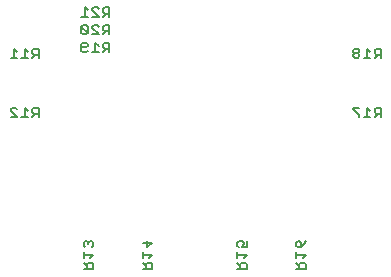
<source format=gbo>
G75*
%MOIN*%
%OFA0B0*%
%FSLAX25Y25*%
%IPPOS*%
%LPD*%
%AMOC8*
5,1,8,0,0,1.08239X$1,22.5*
%
%ADD10C,0.00800*%
D10*
X0065483Y0082109D02*
X0067576Y0082109D01*
X0065483Y0084202D01*
X0065483Y0084725D01*
X0066006Y0085248D01*
X0067053Y0085248D01*
X0067576Y0084725D01*
X0070154Y0085248D02*
X0070154Y0082109D01*
X0069108Y0082109D02*
X0071201Y0082109D01*
X0072733Y0082109D02*
X0073780Y0083155D01*
X0073256Y0083155D02*
X0074826Y0083155D01*
X0074826Y0082109D02*
X0074826Y0085248D01*
X0073256Y0085248D01*
X0072733Y0084725D01*
X0072733Y0083679D01*
X0073256Y0083155D01*
X0071201Y0084202D02*
X0070154Y0085248D01*
X0070154Y0101794D02*
X0070154Y0104933D01*
X0071201Y0103887D01*
X0072733Y0104410D02*
X0072733Y0103364D01*
X0073256Y0102840D01*
X0074826Y0102840D01*
X0074826Y0101794D02*
X0074826Y0104933D01*
X0073256Y0104933D01*
X0072733Y0104410D01*
X0073780Y0102840D02*
X0072733Y0101794D01*
X0071201Y0101794D02*
X0069108Y0101794D01*
X0067576Y0101794D02*
X0065483Y0101794D01*
X0066529Y0101794D02*
X0066529Y0104933D01*
X0067576Y0103887D01*
X0089105Y0104285D02*
X0089105Y0106379D01*
X0089628Y0106902D01*
X0090675Y0106902D01*
X0091198Y0106379D01*
X0091198Y0105855D01*
X0090675Y0105332D01*
X0089105Y0105332D01*
X0089105Y0104285D02*
X0089628Y0103762D01*
X0090675Y0103762D01*
X0091198Y0104285D01*
X0092730Y0103762D02*
X0094823Y0103762D01*
X0093776Y0103762D02*
X0093776Y0106902D01*
X0094823Y0105855D01*
X0096355Y0105332D02*
X0096355Y0106379D01*
X0096878Y0106902D01*
X0098448Y0106902D01*
X0098448Y0103762D01*
X0098448Y0104809D02*
X0096878Y0104809D01*
X0096355Y0105332D01*
X0097402Y0104809D02*
X0096355Y0103762D01*
X0096355Y0109668D02*
X0097402Y0110714D01*
X0096878Y0110714D02*
X0098448Y0110714D01*
X0098448Y0109668D02*
X0098448Y0112807D01*
X0096878Y0112807D01*
X0096355Y0112284D01*
X0096355Y0111238D01*
X0096878Y0110714D01*
X0094823Y0109668D02*
X0092730Y0111761D01*
X0092730Y0112284D01*
X0093253Y0112807D01*
X0094300Y0112807D01*
X0094823Y0112284D01*
X0094823Y0115573D02*
X0092730Y0115573D01*
X0091198Y0115573D02*
X0089105Y0115573D01*
X0090151Y0115573D02*
X0090151Y0118713D01*
X0091198Y0117666D01*
X0092730Y0117666D02*
X0092730Y0118190D01*
X0093253Y0118713D01*
X0094300Y0118713D01*
X0094823Y0118190D01*
X0096355Y0118190D02*
X0096355Y0117143D01*
X0096878Y0116620D01*
X0098448Y0116620D01*
X0097402Y0116620D02*
X0096355Y0115573D01*
X0094823Y0115573D02*
X0092730Y0117666D01*
X0096355Y0118190D02*
X0096878Y0118713D01*
X0098448Y0118713D01*
X0098448Y0115573D01*
X0094823Y0109668D02*
X0092730Y0109668D01*
X0091198Y0110191D02*
X0089105Y0112284D01*
X0089105Y0110191D01*
X0089628Y0109668D01*
X0090675Y0109668D01*
X0091198Y0110191D01*
X0091198Y0112284D01*
X0090675Y0112807D01*
X0089628Y0112807D01*
X0089105Y0112284D01*
X0090397Y0040739D02*
X0089873Y0040215D01*
X0089873Y0039169D01*
X0090397Y0038646D01*
X0091443Y0039692D02*
X0091443Y0040215D01*
X0090920Y0040739D01*
X0090397Y0040739D01*
X0091443Y0040215D02*
X0091967Y0040739D01*
X0092490Y0040739D01*
X0093013Y0040215D01*
X0093013Y0039169D01*
X0092490Y0038646D01*
X0093013Y0036067D02*
X0089873Y0036067D01*
X0089873Y0035020D02*
X0089873Y0037114D01*
X0091967Y0035020D02*
X0093013Y0036067D01*
X0092490Y0033488D02*
X0091443Y0033488D01*
X0090920Y0032965D01*
X0090920Y0031395D01*
X0089873Y0031395D02*
X0093013Y0031395D01*
X0093013Y0032965D01*
X0092490Y0033488D01*
X0090920Y0032442D02*
X0089873Y0033488D01*
X0109558Y0033488D02*
X0110605Y0032442D01*
X0110605Y0032965D02*
X0110605Y0031395D01*
X0109558Y0031395D02*
X0112698Y0031395D01*
X0112698Y0032965D01*
X0112175Y0033488D01*
X0111128Y0033488D01*
X0110605Y0032965D01*
X0109558Y0035020D02*
X0109558Y0037114D01*
X0109558Y0036067D02*
X0112698Y0036067D01*
X0111652Y0035020D01*
X0111128Y0038646D02*
X0111128Y0040739D01*
X0109558Y0040215D02*
X0112698Y0040215D01*
X0111128Y0038646D01*
X0141055Y0039169D02*
X0141578Y0038646D01*
X0141055Y0039169D02*
X0141055Y0040215D01*
X0141578Y0040739D01*
X0142624Y0040739D01*
X0143148Y0040215D01*
X0143148Y0039692D01*
X0142624Y0038646D01*
X0144194Y0038646D01*
X0144194Y0040739D01*
X0144194Y0036067D02*
X0141055Y0036067D01*
X0141055Y0035020D02*
X0141055Y0037114D01*
X0143148Y0035020D02*
X0144194Y0036067D01*
X0143671Y0033488D02*
X0142624Y0033488D01*
X0142101Y0032965D01*
X0142101Y0031395D01*
X0141055Y0031395D02*
X0144194Y0031395D01*
X0144194Y0032965D01*
X0143671Y0033488D01*
X0142101Y0032442D02*
X0141055Y0033488D01*
X0160740Y0033488D02*
X0161786Y0032442D01*
X0161786Y0032965D02*
X0161786Y0031395D01*
X0160740Y0031395D02*
X0163879Y0031395D01*
X0163879Y0032965D01*
X0163356Y0033488D01*
X0162309Y0033488D01*
X0161786Y0032965D01*
X0160740Y0035020D02*
X0160740Y0037114D01*
X0160740Y0036067D02*
X0163879Y0036067D01*
X0162833Y0035020D01*
X0162309Y0038646D02*
X0161263Y0038646D01*
X0160740Y0039169D01*
X0160740Y0040215D01*
X0161263Y0040739D01*
X0161786Y0040739D01*
X0162309Y0040215D01*
X0162309Y0038646D01*
X0163356Y0039692D01*
X0163879Y0040739D01*
X0181749Y0082109D02*
X0181749Y0082632D01*
X0179656Y0084725D01*
X0179656Y0085248D01*
X0181749Y0085248D01*
X0184328Y0085248D02*
X0185374Y0084202D01*
X0184328Y0085248D02*
X0184328Y0082109D01*
X0185374Y0082109D02*
X0183281Y0082109D01*
X0186906Y0082109D02*
X0187953Y0083155D01*
X0187430Y0083155D02*
X0188999Y0083155D01*
X0188999Y0082109D02*
X0188999Y0085248D01*
X0187430Y0085248D01*
X0186906Y0084725D01*
X0186906Y0083679D01*
X0187430Y0083155D01*
X0186906Y0101794D02*
X0187953Y0102840D01*
X0187430Y0102840D02*
X0188999Y0102840D01*
X0188999Y0101794D02*
X0188999Y0104933D01*
X0187430Y0104933D01*
X0186906Y0104410D01*
X0186906Y0103364D01*
X0187430Y0102840D01*
X0185374Y0101794D02*
X0183281Y0101794D01*
X0184328Y0101794D02*
X0184328Y0104933D01*
X0185374Y0103887D01*
X0181749Y0103887D02*
X0181749Y0104410D01*
X0181226Y0104933D01*
X0180179Y0104933D01*
X0179656Y0104410D01*
X0179656Y0103887D01*
X0180179Y0103364D01*
X0181226Y0103364D01*
X0181749Y0103887D01*
X0181226Y0103364D02*
X0181749Y0102840D01*
X0181749Y0102317D01*
X0181226Y0101794D01*
X0180179Y0101794D01*
X0179656Y0102317D01*
X0179656Y0102840D01*
X0180179Y0103364D01*
M02*

</source>
